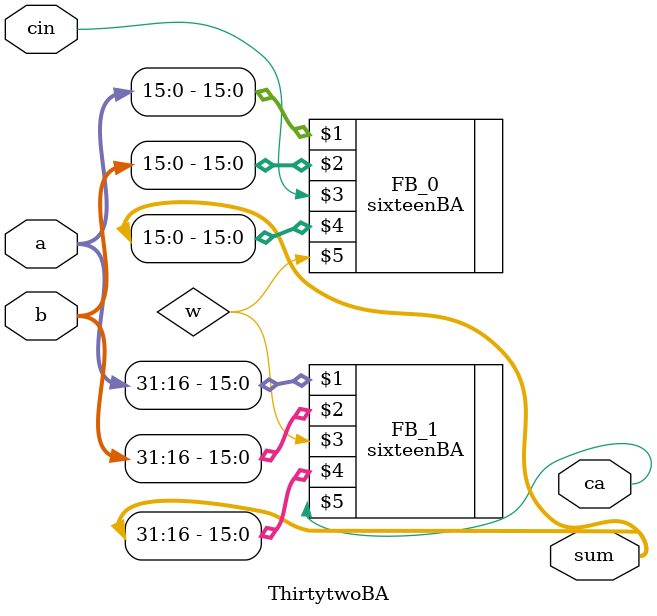
<source format=v>
`include "16_RCA.v"

module ThirtytwoBA (a, b, cin, sum, ca);

input [31:0] a,b;
input cin;

output [31:0] sum;
output ca;

wire w;

sixteenBA FB_0 (a[15:0], b[15:0], cin, sum[15:0], w);
sixteenBA FB_1 (a[31:16], b[31:16], w, sum[31:16], ca);

endmodule


</source>
